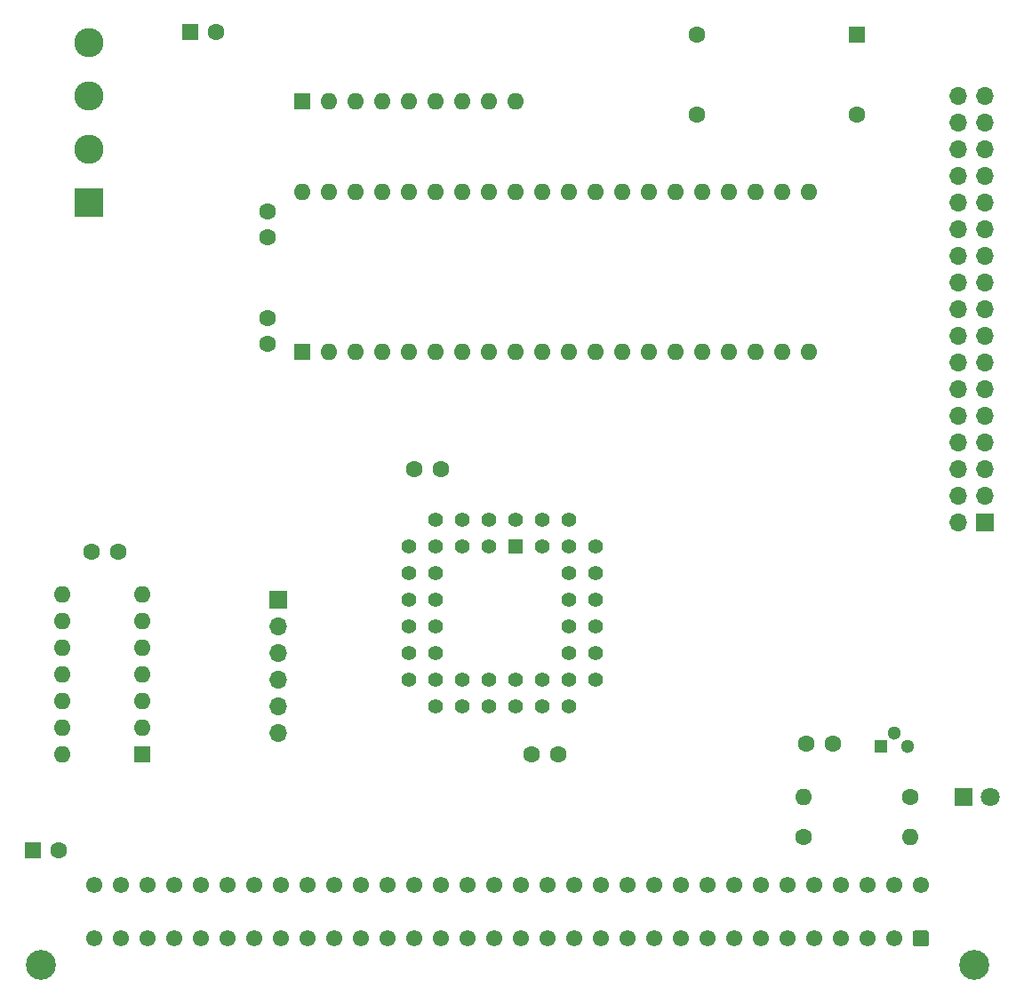
<source format=gts>
G04 #@! TF.GenerationSoftware,KiCad,Pcbnew,(5.1.10)-1*
G04 #@! TF.CreationDate,2021-07-30T10:31:03+01:00*
G04 #@! TF.ProjectId,FloppyDiskController,466c6f70-7079-4446-9973-6b436f6e7472,rev?*
G04 #@! TF.SameCoordinates,Original*
G04 #@! TF.FileFunction,Soldermask,Top*
G04 #@! TF.FilePolarity,Negative*
%FSLAX46Y46*%
G04 Gerber Fmt 4.6, Leading zero omitted, Abs format (unit mm)*
G04 Created by KiCad (PCBNEW (5.1.10)-1) date 2021-07-30 10:31:03*
%MOMM*%
%LPD*%
G01*
G04 APERTURE LIST*
%ADD10O,1.600000X1.600000*%
%ADD11R,1.600000X1.600000*%
%ADD12C,1.550000*%
%ADD13C,2.850000*%
%ADD14O,1.700000X1.700000*%
%ADD15R,1.700000X1.700000*%
%ADD16C,2.780000*%
%ADD17R,2.780000X2.780000*%
%ADD18C,1.600000*%
%ADD19C,1.422400*%
%ADD20R,1.422400X1.422400*%
%ADD21R,1.300000X1.300000*%
%ADD22C,1.300000*%
%ADD23C,1.800000*%
%ADD24R,1.800000X1.800000*%
G04 APERTURE END LIST*
D10*
X125222000Y-53594000D03*
X173482000Y-68834000D03*
X127762000Y-53594000D03*
X170942000Y-68834000D03*
X130302000Y-53594000D03*
X168402000Y-68834000D03*
X132842000Y-53594000D03*
X165862000Y-68834000D03*
X135382000Y-53594000D03*
X163322000Y-68834000D03*
X137922000Y-53594000D03*
X160782000Y-68834000D03*
X140462000Y-53594000D03*
X158242000Y-68834000D03*
X143002000Y-53594000D03*
X155702000Y-68834000D03*
X145542000Y-53594000D03*
X153162000Y-68834000D03*
X148082000Y-53594000D03*
X150622000Y-68834000D03*
X150622000Y-53594000D03*
X148082000Y-68834000D03*
X153162000Y-53594000D03*
X145542000Y-68834000D03*
X155702000Y-53594000D03*
X143002000Y-68834000D03*
X158242000Y-53594000D03*
X140462000Y-68834000D03*
X160782000Y-53594000D03*
X137922000Y-68834000D03*
X163322000Y-53594000D03*
X135382000Y-68834000D03*
X165862000Y-53594000D03*
X132842000Y-68834000D03*
X168402000Y-53594000D03*
X130302000Y-68834000D03*
X170942000Y-53594000D03*
X127762000Y-68834000D03*
X173482000Y-53594000D03*
D11*
X125222000Y-68834000D03*
D10*
X102362000Y-107188000D03*
X109982000Y-91948000D03*
X102362000Y-104648000D03*
X109982000Y-94488000D03*
X102362000Y-102108000D03*
X109982000Y-97028000D03*
X102362000Y-99568000D03*
X109982000Y-99568000D03*
X102362000Y-97028000D03*
X109982000Y-102108000D03*
X102362000Y-94488000D03*
X109982000Y-104648000D03*
X102362000Y-91948000D03*
D11*
X109982000Y-107188000D03*
D12*
X105410000Y-119634000D03*
X107950000Y-119634000D03*
X110490000Y-119634000D03*
X113030000Y-119634000D03*
X115570000Y-119634000D03*
X118110000Y-119634000D03*
X120650000Y-119634000D03*
X123190000Y-119634000D03*
X125730000Y-119634000D03*
X128270000Y-119634000D03*
X130810000Y-119634000D03*
X133350000Y-119634000D03*
X135890000Y-119634000D03*
X138430000Y-119634000D03*
X140970000Y-119634000D03*
X143510000Y-119634000D03*
X146050000Y-119634000D03*
X148590000Y-119634000D03*
X151130000Y-119634000D03*
X153670000Y-119634000D03*
X156210000Y-119634000D03*
X158750000Y-119634000D03*
X161290000Y-119634000D03*
X163830000Y-119634000D03*
X166370000Y-119634000D03*
X168910000Y-119634000D03*
X171450000Y-119634000D03*
X173990000Y-119634000D03*
X176530000Y-119634000D03*
X179070000Y-119634000D03*
X181610000Y-119634000D03*
X184150000Y-119634000D03*
X105410000Y-124714000D03*
X107950000Y-124714000D03*
X110490000Y-124714000D03*
X113030000Y-124714000D03*
X115570000Y-124714000D03*
X118110000Y-124714000D03*
X120650000Y-124714000D03*
X123190000Y-124714000D03*
X125730000Y-124714000D03*
X128270000Y-124714000D03*
X130810000Y-124714000D03*
X133350000Y-124714000D03*
X135890000Y-124714000D03*
X138430000Y-124714000D03*
X140970000Y-124714000D03*
X143510000Y-124714000D03*
X146050000Y-124714000D03*
X148590000Y-124714000D03*
X151130000Y-124714000D03*
X153670000Y-124714000D03*
X156210000Y-124714000D03*
X158750000Y-124714000D03*
X161290000Y-124714000D03*
X163830000Y-124714000D03*
X166370000Y-124714000D03*
X168910000Y-124714000D03*
X171450000Y-124714000D03*
X173990000Y-124714000D03*
X176530000Y-124714000D03*
X179070000Y-124714000D03*
X181610000Y-124714000D03*
G36*
G01*
X184925000Y-124188998D02*
X184925000Y-125239002D01*
G75*
G02*
X184675002Y-125489000I-249998J0D01*
G01*
X183624998Y-125489000D01*
G75*
G02*
X183375000Y-125239002I0J249998D01*
G01*
X183375000Y-124188998D01*
G75*
G02*
X183624998Y-123939000I249998J0D01*
G01*
X184675002Y-123939000D01*
G75*
G02*
X184925000Y-124188998I0J-249998D01*
G01*
G37*
D13*
X100330000Y-127254000D03*
X189230000Y-127254000D03*
D14*
X122936000Y-105156000D03*
X122936000Y-102616000D03*
X122936000Y-100076000D03*
X122936000Y-97536000D03*
X122936000Y-94996000D03*
D15*
X122936000Y-92456000D03*
D16*
X104902000Y-39370000D03*
X104902000Y-44450000D03*
X104902000Y-49530000D03*
D17*
X104902000Y-54610000D03*
D18*
X102068000Y-116332000D03*
D11*
X99568000Y-116332000D03*
D18*
X117054000Y-38354000D03*
D11*
X114554000Y-38354000D03*
D18*
X162814000Y-38608000D03*
X162814000Y-46228000D03*
X178054000Y-46228000D03*
D11*
X178054000Y-38608000D03*
D19*
X153162000Y-87376000D03*
X153162000Y-89916000D03*
X153162000Y-92456000D03*
X153162000Y-94996000D03*
X153162000Y-97536000D03*
X150622000Y-84836000D03*
X150622000Y-89916000D03*
X150622000Y-92456000D03*
X150622000Y-94996000D03*
X150622000Y-97536000D03*
X150622000Y-100076000D03*
X150622000Y-102616000D03*
X148082000Y-102616000D03*
X145542000Y-102616000D03*
X143002000Y-102616000D03*
X140462000Y-102616000D03*
X137922000Y-102616000D03*
X153162000Y-100076000D03*
X148082000Y-100076000D03*
X145542000Y-100076000D03*
X143002000Y-100076000D03*
X140462000Y-100076000D03*
X137922000Y-100076000D03*
X135382000Y-100076000D03*
X135382000Y-97536000D03*
X135382000Y-94996000D03*
X135382000Y-92456000D03*
X135382000Y-89916000D03*
X135382000Y-87376000D03*
X137922000Y-97536000D03*
X137922000Y-94996000D03*
X137922000Y-92456000D03*
X137922000Y-89916000D03*
X137922000Y-87376000D03*
X148082000Y-84836000D03*
X145542000Y-84836000D03*
X137922000Y-84836000D03*
X140462000Y-84836000D03*
X143002000Y-84836000D03*
X150622000Y-87376000D03*
X148082000Y-87376000D03*
X140462000Y-87376000D03*
X143002000Y-87376000D03*
D20*
X145542000Y-87376000D03*
D10*
X145542000Y-44958000D03*
X143002000Y-44958000D03*
X140462000Y-44958000D03*
X137922000Y-44958000D03*
X135382000Y-44958000D03*
X132842000Y-44958000D03*
X130302000Y-44958000D03*
X127762000Y-44958000D03*
D11*
X125222000Y-44958000D03*
D10*
X172974000Y-111252000D03*
D18*
X183134000Y-111252000D03*
D10*
X183134000Y-115062000D03*
D18*
X172974000Y-115062000D03*
D21*
X180340000Y-106426000D03*
D22*
X182880000Y-106426000D03*
X181610000Y-105156000D03*
D14*
X187706000Y-44450000D03*
X190246000Y-44450000D03*
X187706000Y-46990000D03*
X190246000Y-46990000D03*
X187706000Y-49530000D03*
X190246000Y-49530000D03*
X187706000Y-52070000D03*
X190246000Y-52070000D03*
X187706000Y-54610000D03*
X190246000Y-54610000D03*
X187706000Y-57150000D03*
X190246000Y-57150000D03*
X187706000Y-59690000D03*
X190246000Y-59690000D03*
X187706000Y-62230000D03*
X190246000Y-62230000D03*
X187706000Y-64770000D03*
X190246000Y-64770000D03*
X187706000Y-67310000D03*
X190246000Y-67310000D03*
X187706000Y-69850000D03*
X190246000Y-69850000D03*
X187706000Y-72390000D03*
X190246000Y-72390000D03*
X187706000Y-74930000D03*
X190246000Y-74930000D03*
X187706000Y-77470000D03*
X190246000Y-77470000D03*
X187706000Y-80010000D03*
X190246000Y-80010000D03*
X187706000Y-82550000D03*
X190246000Y-82550000D03*
X187706000Y-85090000D03*
D15*
X190246000Y-85090000D03*
D23*
X190754000Y-111252000D03*
D24*
X188214000Y-111252000D03*
D18*
X147106000Y-107188000D03*
X149606000Y-107188000D03*
X121920000Y-65572000D03*
X121920000Y-68072000D03*
X107696000Y-87884000D03*
X105196000Y-87884000D03*
X175768000Y-106172000D03*
X173268000Y-106172000D03*
X121920000Y-55412000D03*
X121920000Y-57912000D03*
X138430000Y-80010000D03*
X135930000Y-80010000D03*
M02*

</source>
